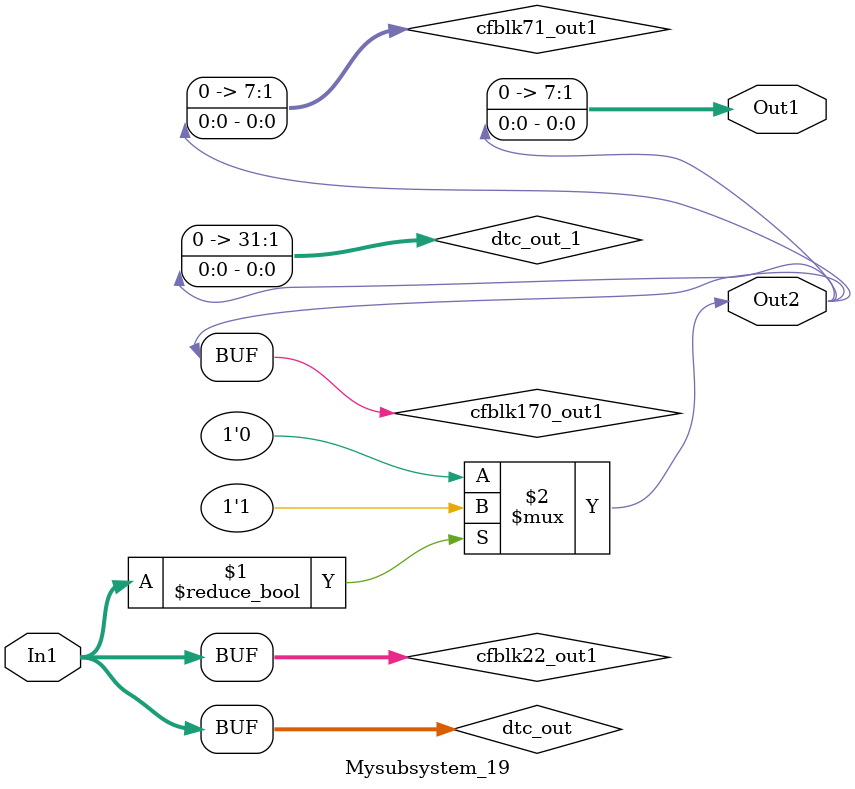
<source format=v>



`timescale 1 ns / 1 ns

module Mysubsystem_19
          (In1,
           Out1,
           Out2);


  input   [7:0] In1;  // uint8
  output  [7:0] Out1;  // uint8
  output  Out2;


  wire [7:0] dtc_out;  // ufix8
  wire [7:0] cfblk22_out1;  // uint8
  wire cfblk170_out1;
  wire [31:0] dtc_out_1;  // ufix32
  wire [7:0] cfblk71_out1;  // uint8


  assign dtc_out = In1;



  assign cfblk22_out1 = dtc_out;



  assign cfblk170_out1 = (cfblk22_out1 != 8'b00000000 ? 1'b1 :
              1'b0);



  assign dtc_out_1 = {31'b0, cfblk170_out1};



  assign cfblk71_out1 = dtc_out_1[7:0];



  assign Out1 = cfblk71_out1;

  assign Out2 = cfblk170_out1;

endmodule  // Mysubsystem_19


</source>
